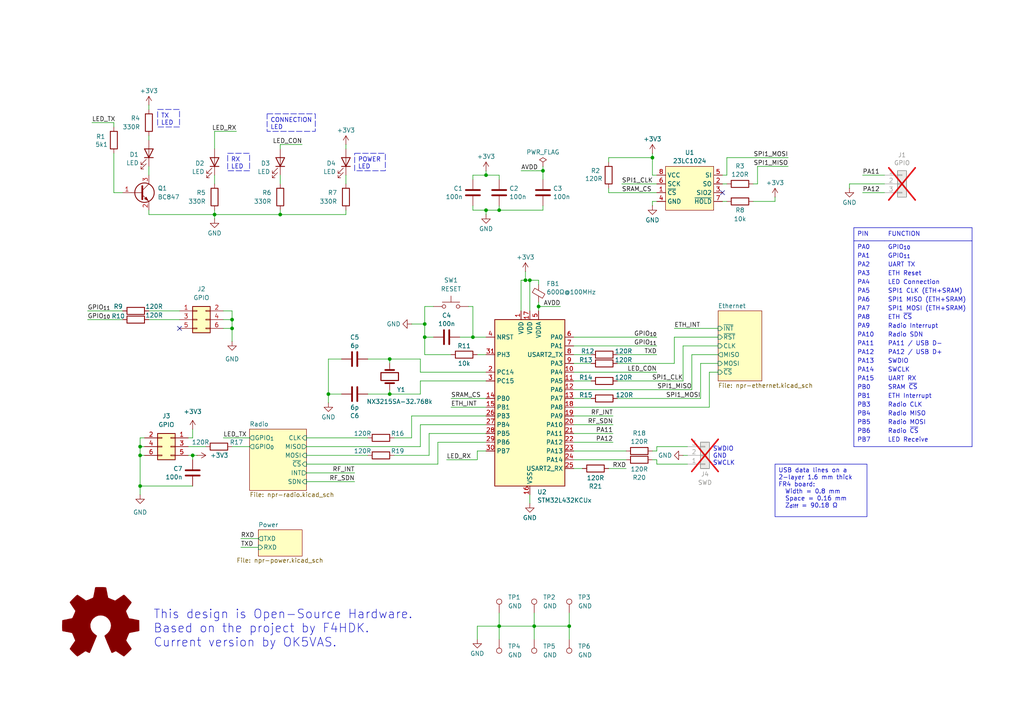
<source format=kicad_sch>
(kicad_sch (version 20250114) (generator "eeschema") (generator_version "9.0")
  (paper "A4")
  (title_block (title "The New Packet Radio (NPR)") (date "2025-06-13") (rev "B") (company "µArt.cz") (comment 1 "Vlastimil Slinták (OK5VAS)"))
  (lib_symbols
    (symbol "Connector:TestPoint" (pin_numbers (hide yes)) (pin_names (offset 0.762) (hide yes))
      (property "Reference" "TP" (at 0 6.858 0))
      (property "Value" "TestPoint" (at 0 5.08 0))
      (symbol "TestPoint_1_1"
        (pin passive line (at 0 0 90) (length 2.54) (name "1") (number "1"))
      )
    )
    (symbol "Connector_Generic:Conn_01x03" (pin_names (offset 1.016) (hide yes))
      (property "Reference" "J" (at 0 5.08 0))
      (property "Value" "Conn_01x03" (at 0 -5.08 0))
      (symbol "Conn_01x03_1_1"
        (pin passive line (at -5.08 2.54 0) (length 3.81) (name "Pin_1") (number "1"))
        (pin passive line (at -5.08 0 0) (length 3.81) (name "Pin_2") (number "2"))
        (pin passive line (at -5.08 -2.54 0) (length 3.81) (name "Pin_3") (number "3"))
      )
    )
    (symbol "Connector_Generic:Conn_02x03_Odd_Even" (pin_names (offset 1.016) (hide yes))
      (property "Reference" "J" (at 1.27 5.08 0))
      (property "Value" "Conn_02x03_Odd_Even" (at 1.27 -5.08 0))
      (symbol "Conn_02x03_Odd_Even_1_1"
        (pin passive line (at -5.08 2.54 0) (length 3.81) (name "Pin_1") (number "1"))
        (pin passive line (at -5.08 0 0) (length 3.81) (name "Pin_3") (number "3"))
        (pin passive line (at -5.08 -2.54 0) (length 3.81) (name "Pin_5") (number "5"))
        (pin passive line (at 7.62 2.54 180) (length 3.81) (name "Pin_2") (number "2"))
        (pin passive line (at 7.62 0 180) (length 3.81) (name "Pin_4") (number "4"))
        (pin passive line (at 7.62 -2.54 180) (length 3.81) (name "Pin_6") (number "6"))
      )
    )
    (symbol "Device:C" (pin_numbers (hide yes)) (pin_names (offset 0.254))
      (property "Reference" "C" (at 0.635 2.54 0))
      (property "Value" "C" (at 0.635 -2.54 0))
      (symbol "C_1_1"
        (pin passive line (at 0 3.81 270) (length 2.794) (name "~") (number "1"))
        (pin passive line (at 0 -3.81 90) (length 2.794) (name "~") (number "2"))
      )
    )
    (symbol "Device:Crystal" (pin_numbers (hide yes)) (pin_names (offset 1.016) (hide yes))
      (property "Reference" "Y" (at 0 3.81 0))
      (property "Value" "Crystal" (at 0 -3.81 0))
      (symbol "Crystal_1_1"
        (pin passive line (at -3.81 0 0) (length 1.27) (name "1") (number "1"))
        (pin passive line (at 3.81 0 180) (length 1.27) (name "2") (number "2"))
      )
    )
    (symbol "Device:FerriteBead_Small" (pin_numbers (hide yes)) (pin_names (offset 0))
      (property "Reference" "FB" (at 1.905 1.27 0))
      (property "Value" "FerriteBead_Small" (at 1.905 -1.27 0))
      (symbol "FerriteBead_Small_1_1"
        (pin passive line (at 0 2.54 270) (length 1.27) (name "~") (number "1"))
        (pin passive line (at 0 -2.54 90) (length 1.27) (name "~") (number "2"))
      )
    )
    (symbol "Device:LED" (pin_numbers (hide yes)) (pin_names (offset 1.016) (hide yes))
      (property "Reference" "D" (at 0 2.54 0))
      (property "Value" "LED" (at 0 -2.54 0))
      (symbol "LED_1_1"
        (pin passive line (at -3.81 0 0) (length 2.54) (name "K") (number "1"))
        (pin passive line (at 3.81 0 180) (length 2.54) (name "A") (number "2"))
      )
    )
    (symbol "Device:R" (pin_numbers (hide yes)) (pin_names (offset 0))
      (property "Reference" "R" (at 2.032 0 90))
      (property "Value" "R" (at 0 0 90))
      (symbol "R_1_1"
        (pin passive line (at 0 3.81 270) (length 1.27) (name "~") (number "1"))
        (pin passive line (at 0 -3.81 90) (length 1.27) (name "~") (number "2"))
      )
    )
    (symbol "Graphic:Logo_Open_Hardware_Large" (in_bom no) (on_board no))
    (symbol "MCU_ST_STM32L4:STM32L432KCUx"
      (property "Reference" "U" (at -10.16 26.67 0))
      (property "Value" "STM32L432KCUx" (at 5.08 26.67 0))
      (symbol "STM32L432KCUx_1_1"
        (pin input line (at -12.7 20.32 0) (length 2.54) (name "NRST") (number "4"))
        (pin bidirectional line (at -12.7 15.24 0) (length 2.54) (name "PH3") (number "31"))
        (pin bidirectional line (at -12.7 10.16 0) (length 2.54) (name "PC14") (number "2"))
        (pin bidirectional line (at -12.7 7.62 0) (length 2.54) (name "PC15") (number "3"))
        (pin bidirectional line (at -12.7 2.54 0) (length 2.54) (name "PB0") (number "14"))
        (pin bidirectional line (at -12.7 0 0) (length 2.54) (name "PB1") (number "15"))
        (pin bidirectional line (at -12.7 -2.54 0) (length 2.54) (name "PB3") (number "26"))
        (pin bidirectional line (at -12.7 -5.08 0) (length 2.54) (name "PB4") (number "27"))
        (pin bidirectional line (at -12.7 -7.62 0) (length 2.54) (name "PB5") (number "28"))
        (pin bidirectional line (at -12.7 -10.16 0) (length 2.54) (name "PB6") (number "29"))
        (pin bidirectional line (at -12.7 -12.7 0) (length 2.54) (name "PB7") (number "30"))
        (pin power_in line (at -2.54 27.94 270) (length 2.54) (name "VDD") (number "1"))
        (pin power_in line (at 0 27.94 270) (length 2.54) (name "VDD") (number "17"))
        (pin power_in line (at 0 -25.4 90) (length 2.54) (name "VSS") (number "16"))
        (pin passive line (at 0 -25.4 90) (length 2.54) (hide yes) (name "VSS") (number "32"))
        (pin passive line (at 0 -25.4 90) (length 2.54) (hide yes) (name "VSS") (number "33"))
        (pin power_in line (at 2.54 27.94 270) (length 2.54) (name "VDDA") (number "5"))
        (pin bidirectional line (at 12.7 20.32 180) (length 2.54) (name "PA0") (number "6"))
        (pin bidirectional line (at 12.7 17.78 180) (length 2.54) (name "PA1") (number "7"))
        (pin bidirectional line (at 12.7 15.24 180) (length 2.54) (name "PA2") (number "8") (alternate "USART2_TX" bidirectional line))
        (pin bidirectional line (at 12.7 12.7 180) (length 2.54) (name "PA3") (number "9") (alternate "USART2_RX" bidirectional line))
        (pin bidirectional line (at 12.7 10.16 180) (length 2.54) (name "PA4") (number "10"))
        (pin bidirectional line (at 12.7 7.62 180) (length 2.54) (name "PA5") (number "11"))
        (pin bidirectional line (at 12.7 5.08 180) (length 2.54) (name "PA6") (number "12"))
        (pin bidirectional line (at 12.7 2.54 180) (length 2.54) (name "PA7") (number "13"))
        (pin bidirectional line (at 12.7 0 180) (length 2.54) (name "PA8") (number "18"))
        (pin bidirectional line (at 12.7 -2.54 180) (length 2.54) (name "PA9") (number "19"))
        (pin bidirectional line (at 12.7 -5.08 180) (length 2.54) (name "PA10") (number "20"))
        (pin bidirectional line (at 12.7 -7.62 180) (length 2.54) (name "PA11") (number "21"))
        (pin bidirectional line (at 12.7 -10.16 180) (length 2.54) (name "PA12") (number "22"))
        (pin bidirectional line (at 12.7 -12.7 180) (length 2.54) (name "PA13") (number "23"))
        (pin bidirectional line (at 12.7 -15.24 180) (length 2.54) (name "PA14") (number "24"))
        (pin bidirectional line (at 12.7 -17.78 180) (length 2.54) (name "PA15") (number "25") (alternate "USART2_RX" bidirectional line))
      )
    )
    (symbol "Parts:23LC1024"
      (property "Reference" "U" (at 3.302 3.81 0))
      (property "Value" "23LC1024" (at 7.366 -11.43 0))
      (symbol "23LC1024_1_1"
        (pin power_in line (at 0 0 0) (length 2.54) (name "VCC") (number "8"))
        (pin input line (at 0 -2.54 0) (length 2.54) (name "SCK") (number "6"))
        (pin input line (at 0 -5.08 0) (length 2.54) (name "~{CS}") (number "1"))
        (pin power_in line (at 0 -7.62 0) (length 2.54) (name "GND") (number "4"))
        (pin bidirectional line (at 19.05 0 180) (length 2.54) (name "SIO0") (number "5") (alternate "SI" input line))
        (pin bidirectional line (at 19.05 -2.54 180) (length 2.54) (name "SIO1") (number "2") (alternate "SO" output line))
        (pin bidirectional line (at 19.05 -5.08 180) (length 2.54) (name "SIO2") (number "3"))
        (pin bidirectional line (at 19.05 -7.62 180) (length 2.54) (name "SIO3") (number "7") (alternate "~{HOLD}" input line))
      )
    )
    (symbol "Switch:SW_Push" (pin_numbers (hide yes)) (pin_names (offset 1.016) (hide yes))
      (property "Reference" "SW" (at 1.27 2.54 0))
      (property "Value" "SW_Push" (at 0 -1.524 0))
      (symbol "SW_Push_0_1"
        (pin passive line (at -5.08 0 0) (length 2.54) (name "1") (number "1"))
        (pin passive line (at 5.08 0 180) (length 2.54) (name "2") (number "2"))
      )
    )
    (symbol "Transistor_BJT:Q_NPN_BEC" (pin_names (offset 0) (hide yes))
      (property "Reference" "Q" (at 5.08 1.27 0))
      (property "Value" "Q_NPN_BEC" (at 5.08 -1.27 0))
      (symbol "Q_NPN_BEC_1_1"
        (pin input line (at -5.08 0 0) (length 2.54) (name "B") (number "1"))
        (pin passive line (at 2.54 5.08 270) (length 2.54) (name "C") (number "3"))
        (pin passive line (at 2.54 -5.08 90) (length 2.54) (name "E") (number "2"))
      )
    )
    (symbol "power:+3V3" (power) (pin_numbers (hide yes)) (pin_names (offset 0) (hide yes))
      (property "Value" "+3V3" (at 0 3.556 0))
      (symbol "+3V3_1_1"
        (pin power_in line (at 0 0 90) (length 0) (name "~") (number "1"))
      )
    )
    (symbol "power:GND" (power) (pin_numbers (hide yes)) (pin_names (offset 0) (hide yes))
      (property "Value" "GND" (at 0 -3.81 0))
      (symbol "GND_1_1"
        (pin power_in line (at 0 0 270) (length 0) (name "~") (number "1"))
      )
    )
    (symbol "power:PWR_FLAG" (power) (pin_numbers (hide yes)) (pin_names (offset 0) (hide yes))
      (property "Value" "PWR_FLAG" (at 0 3.81 0))
      (symbol "PWR_FLAG_0_0"
        (pin power_out line (at 0 0 90) (length 0) (name "~") (number "1"))
      )
    )
  )
  (text "This design is Open-Source Hardware.\nBased on the project by F4HDK.\nCurrent version by OK5VAS." (at 44.45 182.372 0) (effects (font (size 2.54 2.54)) (justify left)))
  (text "SWDIO\nGND\nSWCLK" (at 206.756 132.334 0) (effects (font (size 1.27 1.27)) (justify left)))
  (text_box "RX\nLED" (at 66.04 44.45 0) (size 6.35 5.08) (margins 0.9525 0.9525 0.9525 0.9525) (stroke (width 0) (type dash)) (effects (font (size 1.27 1.27)) (justify left top)))
  (text_box "CONNECTION\nLED" (at 77.47 33.02 0) (size 13.97 5.08) (margins 0.9525 0.9525 0.9525 0.9525) (stroke (width 0) (type dash)) (effects (font (size 1.27 1.27)) (justify left top)))
  (text_box "TX\nLED" (at 45.72 31.75 0) (size 6.35 5.08) (margins 0.9525 0.9525 0.9525 0.9525) (stroke (width 0) (type dash)) (effects (font (size 1.27 1.27)) (justify left top)))
  (text_box "POWER\nLED" (at 102.87 44.45 0) (size 8.89 5.08) (margins 0.9525 0.9525 0.9525 0.9525) (stroke (width 0) (type dash)) (effects (font (size 1.27 1.27)) (justify left top)))
  (text_box "USB data lines on a 2-layer 1.6 mm thick FR4 board:\n  Width = 0.8 mm\n  Space = 0.16 mm\n  Z_{diff} = 90.18 Ω" (at 224.79 134.62 0) (size 26.67 15.24) (margins 0.9525 0.9525 0.9525 0.9525) (effects (font (size 1.27 1.27)) (justify left top)))
  (junction (at 157.48 49.53))
  (junction (at 154.94 181.61))
  (junction (at 123.19 97.79))
  (junction (at 140.97 50.8))
  (junction (at 189.23 45.72))
  (junction (at 144.78 60.96))
  (junction (at 152.4 81.28))
  (junction (at 156.21 88.9))
  (junction (at 55.88 132.08))
  (junction (at 165.1 181.61))
  (junction (at 67.31 92.71))
  (junction (at 40.64 140.97))
  (junction (at 137.16 97.79))
  (junction (at 144.78 181.61))
  (junction (at 113.03 104.14))
  (junction (at 95.25 114.3))
  (junction (at 153.67 81.28))
  (junction (at 40.64 132.08))
  (junction (at 40.64 129.54))
  (junction (at 113.03 114.3))
  (junction (at 67.31 95.25))
  (junction (at 81.28 62.23))
  (junction (at 123.19 93.98))
  (junction (at 140.97 60.96))
  (junction (at 62.23 62.23))
  (no_connect (at 209.55 55.88))
  (no_connect (at 52.07 95.25))
  (wire (pts (xy 106.68 104.14) (xy 113.03 104.14)))
  (wire (pts (xy 190.5 107.95) (xy 166.37 107.95)))
  (wire (pts (xy 205.74 107.95) (xy 205.74 118.11)))
  (wire (pts (xy 81.28 62.23) (xy 100.33 62.23)))
  (wire (pts (xy 189.23 130.81) (xy 190.5 130.81)))
  (wire (pts (xy 190.5 130.81) (xy 190.5 129.54)))
  (wire (pts (xy 72.39 127) (xy 64.77 127)))
  (wire (pts (xy 157.48 60.96) (xy 157.48 59.69)))
  (wire (pts (xy 55.88 132.08) (xy 54.61 132.08)))
  (wire (pts (xy 64.77 90.17) (xy 67.31 90.17)))
  (wire (pts (xy 165.1 181.61) (xy 165.1 185.42)))
  (wire (pts (xy 100.33 50.8) (xy 100.33 53.34)))
  (wire (pts (xy 209.55 58.42) (xy 210.82 58.42)))
  (wire (pts (xy 157.48 48.26) (xy 157.48 49.53)))
  (wire (pts (xy 62.23 60.96) (xy 62.23 62.23)))
  (wire (pts (xy 190.5 129.54) (xy 199.39 129.54)))
  (wire (pts (xy 140.97 60.96) (xy 144.78 60.96)))
  (wire (pts (xy 137.16 50.8) (xy 137.16 52.07)))
  (wire (pts (xy 219.71 53.34) (xy 219.71 48.26)))
  (wire (pts (xy 166.37 115.57) (xy 171.45 115.57)))
  (wire (pts (xy 166.37 113.03) (xy 200.66 113.03)))
  (wire (pts (xy 123.19 88.9) (xy 125.73 88.9)))
  (wire (pts (xy 250.19 50.8) (xy 256.54 50.8)))
  (wire (pts (xy 176.53 55.88) (xy 190.5 55.88)))
  (wire (pts (xy 67.31 90.17) (xy 67.31 92.71)))
  (wire (pts (xy 33.02 35.56) (xy 33.02 36.83)))
  (wire (pts (xy 200.66 102.87) (xy 208.28 102.87)))
  (wire (pts (xy 121.92 107.95) (xy 121.92 104.14)))
  (wire (pts (xy 114.3 132.08) (xy 124.46 132.08)))
  (wire (pts (xy 156.21 82.55) (xy 156.21 81.28)))
  (wire (pts (xy 43.18 48.26) (xy 43.18 50.8)))
  (wire (pts (xy 123.19 102.87) (xy 123.19 97.79)))
  (wire (pts (xy 138.43 181.61) (xy 144.78 181.61)))
  (wire (pts (xy 100.33 43.18) (xy 100.33 41.91)))
  (wire (pts (xy 166.37 97.79) (xy 190.5 97.79)))
  (wire (pts (xy 176.53 135.89) (xy 181.61 135.89)))
  (wire (pts (xy 72.39 129.54) (xy 67.31 129.54)))
  (wire (pts (xy 140.97 110.49) (xy 121.92 110.49)))
  (wire (pts (xy 64.77 92.71) (xy 67.31 92.71)))
  (wire (pts (xy 129.54 133.35) (xy 138.43 133.35)))
  (wire (pts (xy 166.37 135.89) (xy 168.91 135.89)))
  (wire (pts (xy 153.67 81.28) (xy 152.4 81.28)))
  (wire (pts (xy 153.67 81.28) (xy 156.21 81.28)))
  (wire (pts (xy 140.97 50.8) (xy 144.78 50.8)))
  (wire (pts (xy 59.69 129.54) (xy 54.61 129.54)))
  (wire (pts (xy 166.37 100.33) (xy 190.5 100.33)))
  (wire (pts (xy 130.81 102.87) (xy 123.19 102.87)))
  (wire (pts (xy 41.91 129.54) (xy 40.64 129.54)))
  (wire (pts (xy 54.61 127) (xy 55.88 127)))
  (wire (pts (xy 180.34 53.34) (xy 190.5 53.34)))
  (wire (pts (xy 123.19 93.98) (xy 123.19 88.9)))
  (wire (pts (xy 43.18 92.71) (xy 52.07 92.71)))
  (wire (pts (xy 195.58 105.41) (xy 195.58 97.79)))
  (wire (pts (xy 127 134.62) (xy 127 128.27)))
  (wire (pts (xy 41.91 132.08) (xy 40.64 132.08)))
  (wire (pts (xy 40.64 129.54) (xy 40.64 132.08)))
  (wire (pts (xy 135.89 88.9) (xy 137.16 88.9)))
  (wire (pts (xy 40.64 140.97) (xy 40.64 143.51)))
  (wire (pts (xy 166.37 133.35) (xy 181.61 133.35)))
  (wire (pts (xy 203.2 115.57) (xy 179.07 115.57)))
  (wire (pts (xy 114.3 127) (xy 119.38 127)))
  (wire (pts (xy 125.73 97.79) (xy 123.19 97.79)))
  (wire (pts (xy 62.23 38.1) (xy 62.23 43.18)))
  (wire (pts (xy 25.4 92.71) (xy 35.56 92.71)))
  (wire (pts (xy 156.21 88.9) (xy 156.21 90.17)))
  (wire (pts (xy 198.12 100.33) (xy 198.12 110.49)))
  (wire (pts (xy 190.5 50.8) (xy 189.23 50.8)))
  (wire (pts (xy 176.53 54.61) (xy 176.53 55.88)))
  (wire (pts (xy 81.28 41.91) (xy 87.63 41.91)))
  (wire (pts (xy 176.53 45.72) (xy 189.23 45.72)))
  (wire (pts (xy 62.23 50.8) (xy 62.23 53.34)))
  (wire (pts (xy 166.37 110.49) (xy 171.45 110.49)))
  (wire (pts (xy 151.13 49.53) (xy 157.48 49.53)))
  (wire (pts (xy 138.43 102.87) (xy 140.97 102.87)))
  (wire (pts (xy 218.44 53.34) (xy 219.71 53.34)))
  (wire (pts (xy 67.31 92.71) (xy 67.31 95.25)))
  (wire (pts (xy 137.16 88.9) (xy 137.16 97.79)))
  (wire (pts (xy 121.92 123.19) (xy 140.97 123.19)))
  (wire (pts (xy 81.28 60.96) (xy 81.28 62.23)))
  (wire (pts (xy 121.92 114.3) (xy 113.03 114.3)))
  (wire (pts (xy 137.16 60.96) (xy 140.97 60.96)))
  (wire (pts (xy 166.37 105.41) (xy 171.45 105.41)))
  (wire (pts (xy 124.46 132.08) (xy 124.46 125.73)))
  (wire (pts (xy 26.67 35.56) (xy 33.02 35.56)))
  (wire (pts (xy 205.74 118.11) (xy 166.37 118.11)))
  (wire (pts (xy 152.4 81.28) (xy 151.13 81.28)))
  (wire (pts (xy 88.9 134.62) (xy 127 134.62)))
  (wire (pts (xy 33.02 55.88) (xy 35.56 55.88)))
  (wire (pts (xy 88.9 137.16) (xy 102.87 137.16)))
  (wire (pts (xy 200.66 102.87) (xy 200.66 113.03)))
  (wire (pts (xy 190.5 134.62) (xy 199.39 134.62)))
  (wire (pts (xy 140.97 60.96) (xy 140.97 62.23)))
  (wire (pts (xy 69.85 156.21) (xy 74.93 156.21)))
  (wire (pts (xy 64.77 95.25) (xy 67.31 95.25)))
  (wire (pts (xy 166.37 120.65) (xy 177.8 120.65)))
  (wire (pts (xy 140.97 107.95) (xy 121.92 107.95)))
  (wire (pts (xy 113.03 104.14) (xy 113.03 105.41)))
  (wire (pts (xy 189.23 58.42) (xy 189.23 59.69)))
  (wire (pts (xy 153.67 90.17) (xy 153.67 81.28)))
  (wire (pts (xy 246.38 53.34) (xy 246.38 54.61)))
  (wire (pts (xy 95.25 116.84) (xy 95.25 114.3)))
  (wire (pts (xy 154.94 181.61) (xy 154.94 185.42)))
  (wire (pts (xy 95.25 104.14) (xy 99.06 104.14)))
  (wire (pts (xy 166.37 128.27) (xy 177.8 128.27)))
  (wire (pts (xy 165.1 177.8) (xy 165.1 181.61)))
  (wire (pts (xy 127 128.27) (xy 140.97 128.27)))
  (wire (pts (xy 195.58 97.79) (xy 208.28 97.79)))
  (wire (pts (xy 179.07 105.41) (xy 195.58 105.41)))
  (wire (pts (xy 151.13 81.28) (xy 151.13 90.17)))
  (wire (pts (xy 67.31 95.25) (xy 67.31 99.06)))
  (wire (pts (xy 246.38 53.34) (xy 256.54 53.34)))
  (wire (pts (xy 138.43 133.35) (xy 138.43 130.81)))
  (wire (pts (xy 41.91 127) (xy 40.64 127)))
  (wire (pts (xy 43.18 60.96) (xy 43.18 62.23)))
  (wire (pts (xy 43.18 90.17) (xy 52.07 90.17)))
  (wire (pts (xy 156.21 87.63) (xy 156.21 88.9)))
  (wire (pts (xy 106.68 114.3) (xy 113.03 114.3)))
  (wire (pts (xy 133.35 97.79) (xy 137.16 97.79)))
  (wire (pts (xy 140.97 120.65) (xy 119.38 120.65)))
  (wire (pts (xy 210.82 50.8) (xy 210.82 45.72)))
  (wire (pts (xy 88.9 127) (xy 106.68 127)))
  (wire (pts (xy 62.23 62.23) (xy 81.28 62.23)))
  (wire (pts (xy 81.28 41.91) (xy 81.28 43.18)))
  (wire (pts (xy 218.44 58.42) (xy 224.79 58.42)))
  (wire (pts (xy 166.37 123.19) (xy 177.8 123.19)))
  (wire (pts (xy 138.43 130.81) (xy 140.97 130.81)))
  (wire (pts (xy 119.38 120.65) (xy 119.38 127)))
  (wire (pts (xy 55.88 140.97) (xy 40.64 140.97)))
  (wire (pts (xy 43.18 62.23) (xy 62.23 62.23)))
  (wire (pts (xy 137.16 97.79) (xy 140.97 97.79)))
  (wire (pts (xy 198.12 110.49) (xy 179.07 110.49)))
  (wire (pts (xy 43.18 39.37) (xy 43.18 40.64)))
  (wire (pts (xy 95.25 114.3) (xy 95.25 104.14)))
  (wire (pts (xy 138.43 185.42) (xy 138.43 181.61)))
  (wire (pts (xy 190.5 133.35) (xy 190.5 134.62)))
  (wire (pts (xy 121.92 110.49) (xy 121.92 114.3)))
  (wire (pts (xy 62.23 63.5) (xy 62.23 62.23)))
  (wire (pts (xy 119.38 93.98) (xy 123.19 93.98)))
  (wire (pts (xy 140.97 49.53) (xy 140.97 50.8)))
  (wire (pts (xy 55.88 127) (xy 55.88 124.46)))
  (wire (pts (xy 40.64 132.08) (xy 40.64 140.97)))
  (wire (pts (xy 190.5 58.42) (xy 189.23 58.42)))
  (wire (pts (xy 154.94 177.8) (xy 154.94 181.61)))
  (wire (pts (xy 209.55 53.34) (xy 210.82 53.34)))
  (wire (pts (xy 224.79 58.42) (xy 224.79 57.15)))
  (wire (pts (xy 203.2 105.41) (xy 203.2 115.57)))
  (wire (pts (xy 121.92 129.54) (xy 121.92 123.19)))
  (wire (pts (xy 137.16 59.69) (xy 137.16 60.96)))
  (wire (pts (xy 198.12 100.33) (xy 208.28 100.33)))
  (wire (pts (xy 153.67 143.51) (xy 153.67 146.05)))
  (wire (pts (xy 189.23 133.35) (xy 190.5 133.35)))
  (wire (pts (xy 195.58 95.25) (xy 208.28 95.25)))
  (wire (pts (xy 157.48 49.53) (xy 157.48 52.07)))
  (wire (pts (xy 144.78 181.61) (xy 144.78 185.42)))
  (wire (pts (xy 250.19 55.88) (xy 256.54 55.88)))
  (wire (pts (xy 121.92 104.14) (xy 113.03 104.14)))
  (wire (pts (xy 210.82 45.72) (xy 228.6 45.72)))
  (wire (pts (xy 144.78 181.61) (xy 154.94 181.61)))
  (wire (pts (xy 176.53 46.99) (xy 176.53 45.72)))
  (wire (pts (xy 152.4 78.74) (xy 152.4 81.28)))
  (wire (pts (xy 106.68 132.08) (xy 88.9 132.08)))
  (wire (pts (xy 81.28 50.8) (xy 81.28 53.34)))
  (wire (pts (xy 144.78 60.96) (xy 157.48 60.96)))
  (wire (pts (xy 123.19 97.79) (xy 123.19 93.98)))
  (wire (pts (xy 198.12 132.08) (xy 199.39 132.08)))
  (wire (pts (xy 166.37 130.81) (xy 181.61 130.81)))
  (wire (pts (xy 57.15 132.08) (xy 55.88 132.08)))
  (wire (pts (xy 189.23 50.8) (xy 189.23 45.72)))
  (wire (pts (xy 69.85 158.75) (xy 74.93 158.75)))
  (wire (pts (xy 100.33 60.96) (xy 100.33 62.23)))
  (wire (pts (xy 140.97 50.8) (xy 137.16 50.8)))
  (wire (pts (xy 88.9 139.7) (xy 102.87 139.7)))
  (wire (pts (xy 208.28 105.41) (xy 203.2 105.41)))
  (wire (pts (xy 130.81 115.57) (xy 140.97 115.57)))
  (wire (pts (xy 166.37 102.87) (xy 171.45 102.87)))
  (wire (pts (xy 88.9 129.54) (xy 121.92 129.54)))
  (wire (pts (xy 154.94 181.61) (xy 165.1 181.61)))
  (wire (pts (xy 219.71 48.26) (xy 228.6 48.26)))
  (wire (pts (xy 33.02 44.45) (xy 33.02 55.88)))
  (wire (pts (xy 144.78 60.96) (xy 144.78 59.69)))
  (wire (pts (xy 144.78 52.07) (xy 144.78 50.8)))
  (wire (pts (xy 166.37 125.73) (xy 177.8 125.73)))
  (wire (pts (xy 43.18 30.48) (xy 43.18 31.75)))
  (wire (pts (xy 209.55 50.8) (xy 210.82 50.8)))
  (wire (pts (xy 40.64 127) (xy 40.64 129.54)))
  (wire (pts (xy 130.81 118.11) (xy 140.97 118.11)))
  (wire (pts (xy 25.4 90.17) (xy 35.56 90.17)))
  (wire (pts (xy 55.88 132.08) (xy 55.88 133.35)))
  (wire (pts (xy 144.78 177.8) (xy 144.78 181.61)))
  (wire (pts (xy 113.03 114.3) (xy 113.03 113.03)))
  (wire (pts (xy 156.21 88.9) (xy 162.56 88.9)))
  (wire (pts (xy 124.46 125.73) (xy 140.97 125.73)))
  (wire (pts (xy 179.07 102.87) (xy 190.5 102.87)))
  (wire (pts (xy 95.25 114.3) (xy 99.06 114.3)))
  (wire (pts (xy 62.23 38.1) (xy 68.58 38.1)))
  (wire (pts (xy 208.28 107.95) (xy 205.74 107.95)))
  (wire (pts (xy 189.23 45.72) (xy 189.23 44.45)))
  (table (column_count 2) (border (external yes) (header yes)) (separators (rows no) (cols no)) (column_widths 8.89 25.4) (row_heights 3.81 2.54 2.54 2.54 2.54 2.54 2.54 2.54 2.54 2.54 2.54 2.54 2.54 2.54 2.54 2.54 2.54 2.54 2.54 2.54 2.54 2.54 2.54 3.81) (cells (table_cell "PIN" (at 247.65 66.04 0) (size 8.89 3.81) (margins 0.9525 0.9525 0.9525 0.9525) (span 1 1)) (table_cell "FUNCTION" (at 256.54 66.04 0) (size 25.4 3.81) (margins 0.9525 0.9525 0.9525 0.9525) (span 1 1)) (table_cell "PA0" (at 247.65 69.85 0) (size 8.89 2.54) (margins 0.9525 0.9525 0.9525 0.9525) (span 1 1)) (table_cell "GPIO_{10}" (at 256.54 69.85 0) (size 25.4 2.54) (margins 0.9525 0.9525 0.9525 0.9525) (span 1 1)) (table_cell "PA1" (at 247.65 72.39 0) (size 8.89 2.54) (margins 0.9525 0.9525 0.9525 0.9525) (span 1 1)) (table_cell "GPIO_{11}" (at 256.54 72.39 0) (size 25.4 2.54) (margins 0.9525 0.9525 0.9525 0.9525) (span 1 1)) (table_cell "PA2" (at 247.65 74.93 0) (size 8.89 2.54) (margins 0.9525 0.9525 0.9525 0.9525) (span 1 1)) (table_cell "UART TX" (at 256.54 74.93 0) (size 25.4 2.54) (margins 0.9525 0.9525 0.9525 0.9525) (span 1 1)) (table_cell "PA3" (at 247.65 77.47 0) (size 8.89 2.54) (margins 0.9525 0.9525 0.9525 0.9525) (span 1 1)) (table_cell "ETH Reset" (at 256.54 77.47 0) (size 25.4 2.54) (margins 0.9525 0.9525 0.9525 0.9525) (span 1 1)) (table_cell "PA4" (at 247.65 80.01 0) (size 8.89 2.54) (margins 0.9525 0.9525 0.9525 0.9525) (span 1 1)) (table_cell "LED Connection" (at 256.54 80.01 0) (size 25.4 2.54) (margins 0.9525 0.9525 0.9525 0.9525) (span 1 1)) (table_cell "PA5" (at 247.65 82.55 0) (size 8.89 2.54) (margins 0.9525 0.9525 0.9525 0.9525) (span 1 1)) (table_cell "SPI1 CLK (ETH+SRAM)" (at 256.54 82.55 0) (size 25.4 2.54) (margins 0.9525 0.9525 0.9525 0.9525) (span 1 1)) (table_cell "PA6" (at 247.65 85.09 0) (size 8.89 2.54) (margins 0.9525 0.9525 0.9525 0.9525) (span 1 1)) (table_cell "SPI1 MISO (ETH+SRAM)" (at 256.54 85.09 0) (size 25.4 2.54) (margins 0.9525 0.9525 0.9525 0.9525) (span 1 1)) (table_cell "PA7" (at 247.65 87.63 0) (size 8.89 2.54) (margins 0.9525 0.9525 0.9525 0.9525) (span 1 1)) (table_cell "SPI1 MOSI (ETH+SRAM)" (at 256.54 87.63 0) (size 25.4 2.54) (margins 0.9525 0.9525 0.9525 0.9525) (span 1 1)) (table_cell "PA8" (at 247.65 90.17 0) (size 8.89 2.54) (margins 0.9525 0.9525 0.9525 0.9525) (span 1 1)) (table_cell "ETH ~{CS}" (at 256.54 90.17 0) (size 25.4 2.54) (margins 0.9525 0.9525 0.9525 0.9525) (span 1 1)) (table_cell "PA9" (at 247.65 92.71 0) (size 8.89 2.54) (margins 0.9525 0.9525 0.9525 0.9525) (span 1 1)) (table_cell "Radio Interrupt" (at 256.54 92.71 0) (size 25.4 2.54) (margins 0.9525 0.9525 0.9525 0.9525) (span 1 1)) (table_cell "PA10" (at 247.65 95.25 0) (size 8.89 2.54) (margins 0.9525 0.9525 0.9525 0.9525) (span 1 1)) (table_cell "Radio SDN" (at 256.54 95.25 0) (size 25.4 2.54) (margins 0.9525 0.9525 0.9525 0.9525) (span 1 1)) (table_cell "PA11" (at 247.65 97.79 0) (size 8.89 2.54) (margins 0.9525 0.9525 0.9525 0.9525) (span 1 1)) (table_cell "PA11 / USB D-" (at 256.54 97.79 0) (size 25.4 2.54) (margins 0.9525 0.9525 0.9525 0.9525) (span 1 1)) (table_cell "PA12" (at 247.65 100.33 0) (size 8.89 2.54) (margins 0.9525 0.9525 0.9525 0.9525) (span 1 1)) (table_cell "PA12 / USB D+" (at 256.54 100.33 0) (size 25.4 2.54) (margins 0.9525 0.9525 0.9525 0.9525) (span 1 1)) (table_cell "PA13" (at 247.65 102.87 0) (size 8.89 2.54) (margins 0.9525 0.9525 0.9525 0.9525) (span 1 1)) (table_cell "SWDIO" (at 256.54 102.87 0) (size 25.4 2.54) (margins 0.9525 0.9525 0.9525 0.9525) (span 1 1)) (table_cell "PA14" (at 247.65 105.41 0) (size 8.89 2.54) (margins 0.9525 0.9525 0.9525 0.9525) (span 1 1)) (table_cell "SWCLK" (at 256.54 105.41 0) (size 25.4 2.54) (margins 0.9525 0.9525 0.9525 0.9525) (span 1 1)) (table_cell "PA15" (at 247.65 107.95 0) (size 8.89 2.54) (margins 0.9525 0.9525 0.9525 0.9525) (span 1 1)) (table_cell "UART RX" (at 256.54 107.95 0) (size 25.4 2.54) (margins 0.9525 0.9525 0.9525 0.9525) (span 1 1)) (table_cell "PB0" (at 247.65 110.49 0) (size 8.89 2.54) (margins 0.9525 0.9525 0.9525 0.9525) (span 1 1)) (table_cell "SRAM ~{CS}" (at 256.54 110.49 0) (size 25.4 2.54) (margins 0.9525 0.9525 0.9525 0.9525) (span 1 1)) (table_cell "PB1" (at 247.65 113.03 0) (size 8.89 2.54) (margins 0.9525 0.9525 0.9525 0.9525) (span 1 1)) (table_cell "ETH Interrupt" (at 256.54 113.03 0) (size 25.4 2.54) (margins 0.9525 0.9525 0.9525 0.9525) (span 1 1)) (table_cell "PB3" (at 247.65 115.57 0) (size 8.89 2.54) (margins 0.9525 0.9525 0.9525 0.9525) (span 1 1)) (table_cell "Radio CLK" (at 256.54 115.57 0) (size 25.4 2.54) (margins 0.9525 0.9525 0.9525 0.9525) (span 1 1)) (table_cell "PB4" (at 247.65 118.11 0) (size 8.89 2.54) (margins 0.9525 0.9525 0.9525 0.9525) (span 1 1)) (table_cell "Radio MISO" (at 256.54 118.11 0) (size 25.4 2.54) (margins 0.9525 0.9525 0.9525 0.9525) (span 1 1)) (table_cell "PB5" (at 247.65 120.65 0) (size 8.89 2.54) (margins 0.9525 0.9525 0.9525 0.9525) (span 1 1)) (table_cell "Radio MOSI" (at 256.54 120.65 0) (size 25.4 2.54) (margins 0.9525 0.9525 0.9525 0.9525) (span 1 1)) (table_cell "PB6" (at 247.65 123.19 0) (size 8.89 2.54) (margins 0.9525 0.9525 0.9525 0.9525) (span 1 1)) (table_cell "Radio ~{CS}" (at 256.54 123.19 0) (size 25.4 2.54) (margins 0.9525 0.9525 0.9525 0.9525) (span 1 1)) (table_cell "PB7" (at 247.65 125.73 0) (size 8.89 3.81) (margins 0.9525 0.9525 0.9525 0.9525) (span 1 1)) (table_cell "LED Receive" (at 256.54 125.73 0) (size 25.4 3.81) (margins 0.9525 0.9525 0.9525 0.9525) (span 1 1))))
  (label "TXD" (at 69.85 158.75 0))
  (label "SPI1_CLK" (at 180.34 53.34 0))
  (label "PA12" (at 177.8 128.27 180))
  (label "SPI1_MOSI" (at 203.2 115.57 180))
  (label "SRAM_CS" (at 180.34 55.88 0))
  (label "TXD" (at 190.5 102.87 180))
  (label "ETH_INT" (at 195.58 95.25 0))
  (label "SPI1_MISO" (at 228.6 48.26 180))
  (label "AVDD" (at 151.13 49.53 0))
  (label "LED_CON" (at 87.63 41.91 180))
  (label "RF_SDN" (at 177.8 123.19 180))
  (label "LED_CON" (at 190.5 107.95 180))
  (label "SPI1_MISO" (at 200.66 113.03 180))
  (label "AVDD" (at 162.56 88.9 180))
  (label "GPIO_{11}" (at 190.5 100.33 180))
  (label "RF_SDN" (at 102.87 139.7 180))
  (label "RF_INT" (at 177.8 120.65 180))
  (label "GPIO_{10}" (at 190.5 97.79 180))
  (label "SPI1_MOSI" (at 228.6 45.72 180))
  (label "SRAM_CS" (at 130.81 115.57 0))
  (label "RXD" (at 181.61 135.89 180))
  (label "SPI1_CLK" (at 198.12 110.49 180))
  (label "GPIO_{10}" (at 25.4 92.71 0))
  (label "ETH_INT" (at 130.81 118.11 0))
  (label "GPIO_{11}" (at 25.4 90.17 0))
  (label "RXD" (at 69.85 156.21 0))
  (label "PA11" (at 250.19 50.8 0))
  (label "LED_TX" (at 64.77 127 0))
  (label "PA12" (at 250.19 55.88 0))
  (label "PA11" (at 177.8 125.73 180))
  (label "LED_RX" (at 68.58 38.1 180))
  (label "LED_TX" (at 26.67 35.56 0))
  (label "LED_RX" (at 129.54 133.35 0))
  (label "RF_INT" (at 102.87 137.16 180))
  (symbol (lib_id "Device:R") (at 110.49 127 270) (unit 1)
    (property "Reference" "R16" (at 115.316 125.73 90))
    (property "Value" "120R" (at 105.156 125.73 90))
    (property "Footprint" "Resistor_SMD:R_0402_1005Metric" (effects (hide yes)))
    (property "Description" "Resistor" (effects (hide yes)))
    (property "LCSC" "C25079" (effects (hide yes)))
  )
  (symbol (lib_id "power:GND") (at 95.25 116.84 0) (unit 1)
    (property "Reference" "#PWR013" (effects (hide yes)))
    (property "Value" "GND" (at 95.25 120.9731 0))
    (property "Description" "Power symbol creates a global label with name \"GND\" , ground" (effects (hide yes)))
  )
  (symbol (lib_id "Device:LED") (at 43.18 44.45 270) (mirror x) (unit 1)
    (property "Reference" "D1" (at 40.259 44.8253 90) (effects (justify right)))
    (property "Value" "LED" (at 40.259 47.2496 90) (effects (justify right)))
    (property "Footprint" "LED_SMD:LED_0603_1608Metric" (effects (hide yes)))
    (property "Description" "Light emitting diode" (effects (hide yes)))
    (property "LCSC" "C2286" (effects (hide yes)))
    (property "Sim.Pins" "1=K 2=A" (effects (hide yes)))
  )
  (symbol (lib_id "power:+3V3") (at 140.97 49.53 0) (unit 1)
    (property "Reference" "#PWR04" (effects (hide yes)))
    (property "Value" "+3V3" (at 140.97 45.3969 0))
    (property "Description" "Power symbol creates a global label with name \"+3V3\"" (effects (hide yes)))
  )
  (symbol (lib_id "Device:R") (at 175.26 105.41 270) (mirror x) (unit 1)
    (property "Reference" "R13" (at 169.926 104.394 90))
    (property "Value" "120R" (at 180.848 104.394 90))
    (property "Footprint" "Resistor_SMD:R_0402_1005Metric" (effects (hide yes)))
    (property "Description" "Resistor" (effects (hide yes)))
    (property "LCSC" "C25079" (effects (hide yes)))
  )
  (symbol (lib_id "Device:R") (at 175.26 115.57 270) (mirror x) (unit 1)
    (property "Reference" "R15" (at 169.926 114.554 90))
    (property "Value" "120R" (at 181.102 114.554 90))
    (property "Footprint" "Resistor_SMD:R_0402_1005Metric" (effects (hide yes)))
    (property "Description" "Resistor" (effects (hide yes)))
    (property "LCSC" "C25079" (effects (hide yes)))
  )
  (symbol (lib_id "power:GND") (at 246.38 54.61 0) (unit 1)
    (property "Reference" "#PWR06" (effects (hide yes)))
    (property "Value" "GND" (at 246.38 58.7431 0))
    (property "Description" "Power symbol creates a global label with name \"GND\" , ground" (effects (hide yes)))
  )
  (symbol (lib_id "Graphic:Logo_Open_Hardware_Large") (at 29.21 181.61 0) (unit 1) (exclude_from_sim yes) (in_bom no) (on_board no)
    (property "Reference" "#SYM2" (effects (hide yes)))
    (property "Value" "Logo_Open_Hardware_Large" (effects (hide yes)))
    (property "Description" "Open Hardware logo, large" (effects (hide yes)))
  )
  (symbol (lib_id "Transistor_BJT:Q_NPN_BEC") (at 40.64 55.88 0) (unit 1)
    (property "Reference" "Q1" (at 45.72 54.6099 0) (effects (justify left)))
    (property "Value" "BC847" (at 45.72 57.1499 0) (effects (justify left)))
    (property "Footprint" "Package_TO_SOT_SMD:SOT-23" (effects (hide yes)))
    (property "Description" "NPN transistor, base/emitter/collector" (effects (hide yes)))
    (property "Sim.Device" "NPN" (effects (hide yes)))
    (property "Sim.Type" "GUMMELPOON" (effects (hide yes)))
    (property "Sim.Pins" "1=C 2=B 3=E" (effects (hide yes)))
    (property "LCSC" "C57668" (effects (hide yes)))
  )
  (symbol (lib_id "power:+3V3") (at 224.79 57.15 0) (unit 1)
    (property "Reference" "#PWR05" (effects (hide yes)))
    (property "Value" "+3V3" (at 224.79 53.0169 0))
    (property "Description" "Power symbol creates a global label with name \"+3V3\"" (effects (hide yes)))
  )
  (symbol (lib_id "power:+3V3") (at 57.15 132.08 270) (mirror x) (unit 1)
    (property "Reference" "#PWR015" (effects (hide yes)))
    (property "Value" "+3V3" (at 60.96 132.0799 90) (effects (justify left)))
    (property "Description" "Power symbol creates a global label with name \"+3V3\"" (effects (hide yes)))
  )
  (symbol (lib_id "power:GND") (at 140.97 62.23 0) (unit 1)
    (property "Reference" "#PWR08" (effects (hide yes)))
    (property "Value" "GND" (at 140.97 66.3631 0))
    (property "Description" "Power symbol creates a global label with name \"GND\" , ground" (effects (hide yes)))
  )
  (symbol (lib_id "power:GND") (at 40.64 143.51 0) (mirror y) (unit 1)
    (property "Reference" "#PWR017" (effects (hide yes)))
    (property "Value" "GND" (at 40.64 148.59 0))
    (property "Description" "Power symbol creates a global label with name \"GND\" , ground" (effects (hide yes)))
  )
  (symbol (lib_id "Device:C") (at 55.88 137.16 0) (mirror y) (unit 1)
    (property "Reference" "C7" (at 52.959 135.9478 0) (effects (justify left)))
    (property "Value" "100n" (at 52.959 138.3721 0) (effects (justify left)))
    (property "Footprint" "Capacitor_SMD:C_0402_1005Metric" (effects (hide yes)))
    (property "Description" "Unpolarized capacitor" (effects (hide yes)))
    (property "LCSC" "C1525" (effects (hide yes)))
  )
  (symbol (lib_id "power:+3V3") (at 55.88 124.46 0) (mirror y) (unit 1)
    (property "Reference" "#PWR014" (effects (hide yes)))
    (property "Value" "+3V3" (at 55.88 119.38 0))
    (property "Description" "Power symbol creates a global label with name \"+3V3\"" (effects (hide yes)))
  )
  (symbol (lib_id "power:GND") (at 153.67 146.05 0) (unit 1)
    (property "Reference" "#PWR018" (effects (hide yes)))
    (property "Value" "GND" (at 153.67 150.1831 0))
    (property "Description" "Power symbol creates a global label with name \"GND\" , ground" (effects (hide yes)))
  )
  (symbol (lib_id "Connector:TestPoint") (at 154.94 185.42 180) (unit 1)
    (property "Reference" "TP5" (at 157.48 187.4519 0) (effects (justify right)))
    (property "Value" "GND" (at 157.48 189.9919 0) (effects (justify right)))
    (property "Footprint" "TestPoint:TestPoint_Pad_D3.0mm" (effects (hide yes)))
    (property "Description" "test point" (effects (hide yes)))
  )
  (symbol (lib_id "Device:C") (at 102.87 104.14 90) (unit 1)
    (property "Reference" "C5" (at 102.87 97.8365 90))
    (property "Value" "6p" (at 102.87 100.2608 90))
    (property "Footprint" "Capacitor_SMD:C_0402_1005Metric" (effects (hide yes)))
    (property "Description" "Unpolarized capacitor" (effects (hide yes)))
    (property "LCSC" "C700515" (effects (hide yes)))
  )
  (symbol (lib_id "power:GND") (at 189.23 59.69 0) (unit 1)
    (property "Reference" "#PWR07" (effects (hide yes)))
    (property "Value" "GND" (at 189.23 63.8231 0))
    (property "Description" "Power symbol creates a global label with name \"GND\" , ground" (effects (hide yes)))
  )
  (symbol (lib_id "power:PWR_FLAG") (at 157.48 48.26 0) (unit 1)
    (property "Reference" "#FLG01" (effects (hide yes)))
    (property "Value" "PWR_FLAG" (at 157.48 44.1269 0))
    (property "Description" "Special symbol for telling ERC where power comes from" (effects (hide yes)))
  )
  (symbol (lib_id "Device:R") (at 214.63 58.42 90) (unit 1)
    (property "Reference" "R8" (at 214.63 60.96 90))
    (property "Value" "10k" (at 214.63 63.5 90))
    (property "Footprint" "Resistor_SMD:R_0402_1005Metric" (effects (hide yes)))
    (property "Description" "Resistor" (effects (hide yes)))
    (property "LCSC" "C25744" (effects (hide yes)))
  )
  (symbol (lib_id "Connector:TestPoint") (at 154.94 177.8 0) (unit 1)
    (property "Reference" "TP2" (at 157.48 173.2279 0) (effects (justify left)))
    (property "Value" "GND" (at 157.48 175.7679 0) (effects (justify left)))
    (property "Footprint" "TestPoint:TestPoint_Pad_D3.0mm" (effects (hide yes)))
    (property "Description" "test point" (effects (hide yes)))
  )
  (symbol (lib_id "Device:C") (at 102.87 114.3 90) (mirror x) (unit 1)
    (property "Reference" "C6" (at 102.87 120.6035 90))
    (property "Value" "6p" (at 102.87 118.1792 90))
    (property "Footprint" "Capacitor_SMD:C_0402_1005Metric" (effects (hide yes)))
    (property "Description" "Unpolarized capacitor" (effects (hide yes)))
    (property "LCSC" "C700515" (effects (hide yes)))
  )
  (symbol (lib_id "Device:R") (at 39.37 92.71 90) (mirror x) (unit 1)
    (property "Reference" "R10" (at 34.29 91.694 90))
    (property "Value" "120R" (at 44.704 91.44 90))
    (property "Footprint" "Resistor_SMD:R_0402_1005Metric" (effects (hide yes)))
    (property "Description" "Resistor" (effects (hide yes)))
    (property "LCSC" "C25079" (effects (hide yes)))
  )
  (symbol (lib_id "Device:R") (at 176.53 50.8 0) (mirror x) (unit 1)
    (property "Reference" "R2" (at 172.72 49.53 0))
    (property "Value" "120R" (at 172.212 51.816 0))
    (property "Footprint" "Resistor_SMD:R_0402_1005Metric" (effects (hide yes)))
    (property "Description" "Resistor" (effects (hide yes)))
    (property "LCSC" "C25079" (effects (hide yes)))
  )
  (symbol (lib_id "Connector_Generic:Conn_01x03") (at 261.62 53.34 0) (unit 1) (in_bom no) (dnp yes)
    (property "Reference" "J1" (at 261.62 44.958 0))
    (property "Value" "GPIO" (at 261.62 47.244 0))
    (property "Footprint" "Connector_PinHeader_2.54mm:PinHeader_1x03_P2.54mm_Vertical" (effects (hide yes)))
    (property "Description" "Generic connector, single row, 01x03, script generated (kicad-library-utils/schlib/autogen/connector/)" (effects (hide yes)))
  )
  (symbol (lib_id "Device:R") (at 185.42 133.35 90) (mirror x) (unit 1)
    (property "Reference" "R20" (at 185.42 138.5105 90))
    (property "Value" "120R" (at 185.42 136.0862 90))
    (property "Footprint" "Resistor_SMD:R_0402_1005Metric" (effects (hide yes)))
    (property "Description" "Resistor" (effects (hide yes)))
    (property "LCSC" "C25079" (effects (hide yes)))
  )
  (symbol (lib_id "power:+3V3") (at 189.23 44.45 0) (unit 1)
    (property "Reference" "#PWR03" (effects (hide yes)))
    (property "Value" "+3V3" (at 189.23 40.3169 0))
    (property "Description" "Power symbol creates a global label with name \"+3V3\"" (effects (hide yes)))
  )
  (symbol (lib_id "Device:C") (at 129.54 97.79 90) (unit 1)
    (property "Reference" "C4" (at 129.54 91.4865 90))
    (property "Value" "100n" (at 129.54 93.9108 90))
    (property "Footprint" "Capacitor_SMD:C_0402_1005Metric" (effects (hide yes)))
    (property "Description" "Unpolarized capacitor" (effects (hide yes)))
    (property "LCSC" "C1525" (effects (hide yes)))
  )
  (symbol (lib_id "Connector:TestPoint") (at 165.1 185.42 180) (unit 1)
    (property "Reference" "TP6" (at 167.64 187.4519 0) (effects (justify right)))
    (property "Value" "GND" (at 167.64 189.9919 0) (effects (justify right)))
    (property "Footprint" "TestPoint:TestPoint_Pad_D3.0mm" (effects (hide yes)))
    (property "Description" "test point" (effects (hide yes)))
  )
  (symbol (lib_id "Connector:TestPoint") (at 144.78 185.42 180) (unit 1)
    (property "Reference" "TP4" (at 147.32 187.4519 0) (effects (justify right)))
    (property "Value" "GND" (at 147.32 189.9919 0) (effects (justify right)))
    (property "Footprint" "TestPoint:TestPoint_Pad_D3.0mm" (effects (hide yes)))
    (property "Description" "test point" (effects (hide yes)))
  )
  (symbol (lib_id "Device:R") (at 214.63 53.34 270) (mirror x) (unit 1)
    (property "Reference" "R3" (at 214.63 48.1795 90))
    (property "Value" "120R" (at 214.63 50.6038 90))
    (property "Footprint" "Resistor_SMD:R_0402_1005Metric" (effects (hide yes)))
    (property "Description" "Resistor" (effects (hide yes)))
    (property "LCSC" "C25079" (effects (hide yes)))
  )
  (symbol (lib_id "Device:R") (at 43.18 35.56 0) (mirror y) (unit 1)
    (property "Reference" "R4" (at 40.64 34.2899 0) (effects (justify left)))
    (property "Value" "330R" (at 40.64 36.8299 0) (effects (justify left)))
    (property "Footprint" "Resistor_SMD:R_0402_1005Metric" (effects (hide yes)))
    (property "Description" "Resistor" (effects (hide yes)))
    (property "LCSC" "C12246" (effects (hide yes)))
  )
  (symbol (lib_id "Device:FerriteBead_Small") (at 156.21 85.09 0) (unit 1)
    (property "Reference" "FB1" (at 158.496 82.296 0) (effects (justify left)))
    (property "Value" "600Ω@100MHz" (at 158.496 84.7203 0) (effects (justify left)))
    (property "Footprint" "Inductor_SMD:L_0603_1608Metric" (effects (hide yes)))
    (property "Description" "Ferrite bead, small symbol" (effects (hide yes)))
    (property "LCSC" "C19330" (effects (hide yes)))
  )
  (symbol (lib_id "Device:C") (at 157.48 55.88 0) (unit 1)
    (property "Reference" "C3" (at 160.401 54.6678 0) (effects (justify left)))
    (property "Value" "100n" (at 160.401 57.0921 0) (effects (justify left)))
    (property "Footprint" "Capacitor_SMD:C_0402_1005Metric" (effects (hide yes)))
    (property "Description" "Unpolarized capacitor" (effects (hide yes)))
    (property "LCSC" "C1525" (effects (hide yes)))
  )
  (symbol (lib_id "power:GND") (at 67.31 99.06 0) (unit 1)
    (property "Reference" "#PWR012" (effects (hide yes)))
    (property "Value" "GND" (at 67.31 104.14 0))
    (property "Description" "Power symbol creates a global label with name \"GND\" , ground" (effects (hide yes)))
  )
  (symbol (lib_id "Device:R") (at 134.62 102.87 90) (unit 1)
    (property "Reference" "R11" (at 134.62 100.33 90))
    (property "Value" "10k" (at 134.62 105.41 90))
    (property "Footprint" "Resistor_SMD:R_0402_1005Metric" (effects (hide yes)))
    (property "Description" "Resistor" (effects (hide yes)))
    (property "LCSC" "C25744" (effects (hide yes)))
  )
  (symbol (lib_id "Device:R") (at 185.42 130.81 90) (unit 1)
    (property "Reference" "R18" (at 185.42 125.6495 90))
    (property "Value" "120R" (at 185.42 128.0738 90))
    (property "Footprint" "Resistor_SMD:R_0402_1005Metric" (effects (hide yes)))
    (property "Description" "Resistor" (effects (hide yes)))
    (property "LCSC" "C25079" (effects (hide yes)))
  )
  (symbol (lib_id "Device:R") (at 62.23 57.15 0) (mirror y) (unit 1)
    (property "Reference" "R5" (at 59.69 55.8799 0) (effects (justify left)))
    (property "Value" "330R" (at 59.69 58.4199 0) (effects (justify left)))
    (property "Footprint" "Resistor_SMD:R_0402_1005Metric" (effects (hide yes)))
    (property "Description" "Resistor" (effects (hide yes)))
    (property "LCSC" "C12246" (effects (hide yes)))
  )
  (symbol (lib_id "power:+3V3") (at 152.4 78.74 0) (unit 1)
    (property "Reference" "#PWR010" (effects (hide yes)))
    (property "Value" "+3V3" (at 152.4 74.6069 0))
    (property "Description" "Power symbol creates a global label with name \"+3V3\"" (effects (hide yes)))
  )
  (symbol (lib_id "power:GND") (at 62.23 63.5 0) (unit 1)
    (property "Reference" "#PWR09" (effects (hide yes)))
    (property "Value" "GND" (at 62.23 67.6331 0))
    (property "Description" "Power symbol creates a global label with name \"GND\" , ground" (effects (hide yes)))
  )
  (symbol (lib_id "Device:R") (at 175.26 102.87 90) (mirror x) (unit 1)
    (property "Reference" "R12" (at 170.434 101.854 90))
    (property "Value" "120R" (at 180.848 101.854 90))
    (property "Footprint" "Resistor_SMD:R_0402_1005Metric" (effects (hide yes)))
    (property "Description" "Resistor" (effects (hide yes)))
    (property "LCSC" "C25079" (effects (hide yes)))
  )
  (symbol (lib_id "Device:R") (at 81.28 57.15 0) (mirror y) (unit 1)
    (property "Reference" "R6" (at 78.74 55.8799 0) (effects (justify left)))
    (property "Value" "330R" (at 78.74 58.4199 0) (effects (justify left)))
    (property "Footprint" "Resistor_SMD:R_0402_1005Metric" (effects (hide yes)))
    (property "Description" "Resistor" (effects (hide yes)))
    (property "LCSC" "C12246" (effects (hide yes)))
  )
  (symbol (lib_id "Connector_Generic:Conn_01x03") (at 204.47 132.08 0) (mirror x) (unit 1) (in_bom no) (dnp yes)
    (property "Reference" "J4" (at 204.47 137.5297 0))
    (property "Value" "SWD" (at 204.47 139.954 0))
    (property "Footprint" "Connector_PinHeader_2.54mm:PinHeader_1x03_P2.54mm_Vertical" (effects (hide yes)))
    (property "Description" "Generic connector, single row, 01x03, script generated (kicad-library-utils/schlib/autogen/connector/)" (effects (hide yes)))
  )
  (symbol (lib_id "Device:R") (at 175.26 110.49 270) (mirror x) (unit 1)
    (property "Reference" "R14" (at 169.926 109.474 90))
    (property "Value" "120R" (at 180.848 109.474 90))
    (property "Footprint" "Resistor_SMD:R_0402_1005Metric" (effects (hide yes)))
    (property "Description" "Resistor" (effects (hide yes)))
    (property "LCSC" "C25079" (effects (hide yes)))
  )
  (symbol (lib_id "Parts:23LC1024") (at 190.5 50.8 0) (unit 1)
    (property "Reference" "U1" (at 200.025 44.2425 0))
    (property "Value" "23LC1024" (at 200.025 46.6668 0))
    (property "Footprint" "Package_SO:SOP-8_3.9x4.9mm_P1.27mm" (effects (hide yes)))
    (property "Datasheet" "https://ww1.microchip.com/downloads/aemDocuments/documents/MPD/ProductDocuments/DataSheets/23A102423LC1024-1-Mbit-SPI-Serial-SRAM-with-SDI-SQI-Interface-20005142.pdf" (effects (hide yes)))
    (property "Description" "1-Mbit SPI Serial SRAM with SDI and SQI Interface" (effects (hide yes)))
    (property "LCSC" "C48388" (effects (hide yes)))
    (pin "7" (alternate "~{HOLD}"))
    (pin "2" (alternate "SO"))
    (pin "5" (alternate "SI"))
  )
  (symbol (lib_id "Switch:SW_Push") (at 130.81 88.9 0) (unit 1)
    (property "Reference" "SW1" (at 130.81 81.28 0))
    (property "Value" "RESET" (at 130.81 83.82 0))
    (property "Footprint" "Button_Switch_SMD:SW_SPST_CK_RS282G05A3" (effects (hide yes)))
    (property "Description" "Push button switch, generic, two pins" (effects (hide yes)))
    (property "LCSC" "C483808" (effects (hide yes)))
  )
  (symbol (lib_id "Device:R") (at 39.37 90.17 90) (mirror x) (unit 1)
    (property "Reference" "R9" (at 34.29 88.9 90))
    (property "Value" "120R" (at 44.704 88.9 90))
    (property "Footprint" "Resistor_SMD:R_0402_1005Metric" (effects (hide yes)))
    (property "Description" "Resistor" (effects (hide yes)))
    (property "LCSC" "C25079" (effects (hide yes)))
  )
  (symbol (lib_id "power:+3V3") (at 100.33 41.91 0) (unit 1)
    (property "Reference" "#PWR02" (effects (hide yes)))
    (property "Value" "+3V3" (at 100.33 37.7769 0))
    (property "Description" "Power symbol creates a global label with name \"+3V3\"" (effects (hide yes)))
  )
  (symbol (lib_id "Connector:TestPoint") (at 165.1 177.8 0) (unit 1)
    (property "Reference" "TP3" (at 167.64 173.2279 0) (effects (justify left)))
    (property "Value" "GND" (at 167.64 175.7679 0) (effects (justify left)))
    (property "Footprint" "TestPoint:TestPoint_Pad_D3.0mm" (effects (hide yes)))
    (property "Description" "test point" (effects (hide yes)))
  )
  (symbol (lib_id "Device:C") (at 144.78 55.88 0) (unit 1)
    (property "Reference" "C2" (at 147.701 54.6678 0) (effects (justify left)))
    (property "Value" "100n" (at 147.701 57.0921 0) (effects (justify left)))
    (property "Footprint" "Capacitor_SMD:C_0402_1005Metric" (effects (hide yes)))
    (property "Description" "Unpolarized capacitor" (effects (hide yes)))
    (property "LCSC" "C1525" (effects (hide yes)))
  )
  (symbol (lib_id "Device:LED") (at 62.23 46.99 270) (mirror x) (unit 1)
    (property "Reference" "D2" (at 59.309 47.3653 90) (effects (justify right)))
    (property "Value" "LED" (at 59.309 49.7896 90) (effects (justify right)))
    (property "Footprint" "LED_SMD:LED_0603_1608Metric" (effects (hide yes)))
    (property "Description" "Light emitting diode" (effects (hide yes)))
    (property "LCSC" "C2286" (effects (hide yes)))
    (property "Sim.Pins" "1=K 2=A" (effects (hide yes)))
  )
  (symbol (lib_id "MCU_ST_STM32L4:STM32L432KCUx") (at 153.67 118.11 0) (unit 1)
    (property "Reference" "U2" (at 155.8133 142.6901 0) (effects (justify left)))
    (property "Value" "STM32L432KCUx" (at 155.8133 145.1144 0) (effects (justify left)))
    (property "Footprint" "Package_DFN_QFN:QFN-32-1EP_5x5mm_P0.5mm_EP3.45x3.45mm" (effects (hide yes)))
    (property "Datasheet" "https://www.st.com/resource/en/datasheet/stm32l432kc.pdf" (effects (hide yes)))
    (property "Description" "STMicroelectronics Arm Cortex-M4 MCU, 256KB flash, 64KB RAM, 80 MHz, 1.71-3.6V, 26 GPIO, UFQFPN32" (effects (hide yes)))
    (property "LCSC" "C1337280" (effects (hide yes)))
    (pin "25" (alternate "USART2_RX"))
    (pin "8" (alternate "USART2_TX"))
  )
  (symbol (lib_id "Device:LED") (at 100.33 46.99 270) (mirror x) (unit 1)
    (property "Reference" "D4" (at 97.409 47.3653 90) (effects (justify right)))
    (property "Value" "LED" (at 97.409 49.7896 90) (effects (justify right)))
    (property "Footprint" "LED_SMD:LED_0603_1608Metric" (effects (hide yes)))
    (property "Description" "Light emitting diode" (effects (hide yes)))
    (property "LCSC" "C2286" (effects (hide yes)))
    (property "Sim.Pins" "1=K 2=A" (effects (hide yes)))
  )
  (symbol (lib_id "Device:R") (at 63.5 129.54 270) (unit 1)
    (property "Reference" "R17" (at 68.58 128.27 90))
    (property "Value" "120R" (at 58.166 128.27 90))
    (property "Footprint" "Resistor_SMD:R_0402_1005Metric" (effects (hide yes)))
    (property "Description" "Resistor" (effects (hide yes)))
    (property "LCSC" "C25079" (effects (hide yes)))
  )
  (symbol (lib_id "Connector_Generic:Conn_02x03_Odd_Even") (at 49.53 129.54 0) (mirror y) (unit 1)
    (property "Reference" "J3" (at 48.26 120.65 0))
    (property "Value" "GPIO" (at 48.26 123.19 0))
    (property "Footprint" "Connector_IDC:IDC-Header_2x03_P2.54mm_Horizontal" (effects (hide yes)))
    (property "Description" "Generic connector, double row, 02x03, odd/even pin numbering scheme (row 1 odd numbers, row 2 even numbers), script generated (kicad-library-utils/schlib/autogen/connector/)" (effects (hide yes)))
    (property "LCSC" "C34945" (effects (hide yes)))
  )
  (symbol (lib_id "Connector:TestPoint") (at 144.78 177.8 0) (unit 1)
    (property "Reference" "TP1" (at 147.32 173.2279 0) (effects (justify left)))
    (property "Value" "GND" (at 147.32 175.7679 0) (effects (justify left)))
    (property "Footprint" "TestPoint:TestPoint_Pad_D3.0mm" (effects (hide yes)))
    (property "Description" "test point" (effects (hide yes)))
  )
  (symbol (lib_id "Device:R") (at 110.49 132.08 270) (unit 1)
    (property "Reference" "R19" (at 115.316 130.81 90))
    (property "Value" "120R" (at 105.156 130.81 90))
    (property "Footprint" "Resistor_SMD:R_0402_1005Metric" (effects (hide yes)))
    (property "Description" "Resistor" (effects (hide yes)))
    (property "LCSC" "C25079" (effects (hide yes)))
  )
  (symbol (lib_id "Device:LED") (at 81.28 46.99 270) (mirror x) (unit 1)
    (property "Reference" "D3" (at 78.359 47.3653 90) (effects (justify right)))
    (property "Value" "LED" (at 78.359 49.7896 90) (effects (justify right)))
    (property "Footprint" "LED_SMD:LED_0603_1608Metric" (effects (hide yes)))
    (property "Description" "Light emitting diode" (effects (hide yes)))
    (property "LCSC" "C2286" (effects (hide yes)))
    (property "Sim.Pins" "1=K 2=A" (effects (hide yes)))
  )
  (symbol (lib_id "Connector_Generic:Conn_02x03_Odd_Even") (at 57.15 92.71 0) (unit 1)
    (property "Reference" "J2" (at 58.42 83.82 0))
    (property "Value" "GPIO" (at 58.42 86.36 0))
    (property "Footprint" "Connector_IDC:IDC-Header_2x03_P2.54mm_Horizontal" (effects (hide yes)))
    (property "Description" "Generic connector, double row, 02x03, odd/even pin numbering scheme (row 1 odd numbers, row 2 even numbers), script generated (kicad-library-utils/schlib/autogen/connector/)" (effects (hide yes)))
    (property "LCSC" "C34945" (effects (hide yes)))
  )
  (symbol (lib_id "power:GND") (at 198.12 132.08 270) (unit 1)
    (property "Reference" "#PWR016" (effects (hide yes)))
    (property "Value" "GND" (at 194.9451 132.08 90) (effects (justify right)))
    (property "Description" "Power symbol creates a global label with name \"GND\" , ground" (effects (hide yes)))
  )
  (symbol (lib_id "power:GND") (at 138.43 185.42 0) (unit 1)
    (property "Reference" "#PWR019" (effects (hide yes)))
    (property "Value" "GND" (at 138.43 189.5531 0))
    (property "Description" "Power symbol creates a global label with name \"GND\" , ground" (effects (hide yes)))
  )
  (symbol (lib_id "power:GND") (at 119.38 93.98 270) (unit 1)
    (property "Reference" "#PWR011" (effects (hide yes)))
    (property "Value" "GND" (at 116.2051 93.98 90) (effects (justify right)))
    (property "Description" "Power symbol creates a global label with name \"GND\" , ground" (effects (hide yes)))
  )
  (symbol (lib_id "Device:R") (at 100.33 57.15 0) (mirror y) (unit 1)
    (property "Reference" "R7" (at 97.79 55.8799 0) (effects (justify left)))
    (property "Value" "330R" (at 97.79 58.4199 0) (effects (justify left)))
    (property "Footprint" "Resistor_SMD:R_0402_1005Metric" (effects (hide yes)))
    (property "Description" "Resistor" (effects (hide yes)))
    (property "LCSC" "C12246" (effects (hide yes)))
  )
  (symbol (lib_id "Device:C") (at 137.16 55.88 0) (mirror y) (unit 1)
    (property "Reference" "C1" (at 134.239 54.6678 0) (effects (justify left)))
    (property "Value" "100n" (at 134.239 57.0921 0) (effects (justify left)))
    (property "Footprint" "Capacitor_SMD:C_0402_1005Metric" (effects (hide yes)))
    (property "Description" "Unpolarized capacitor" (effects (hide yes)))
    (property "LCSC" "C1525" (effects (hide yes)))
  )
  (symbol (lib_id "Device:R") (at 172.72 135.89 90) (mirror x) (unit 1)
    (property "Reference" "R21" (at 172.72 141.0505 90))
    (property "Value" "120R" (at 172.72 138.6262 90))
    (property "Footprint" "Resistor_SMD:R_0402_1005Metric" (effects (hide yes)))
    (property "Description" "Resistor" (effects (hide yes)))
    (property "LCSC" "C25079" (effects (hide yes)))
  )
  (symbol (lib_id "Device:R") (at 33.02 40.64 180) (unit 1)
    (property "Reference" "R1" (at 29.21 39.624 0))
    (property "Value" "5k1" (at 29.464 41.91 0))
    (property "Footprint" "Resistor_SMD:R_0402_1005Metric" (effects (hide yes)))
    (property "Description" "Resistor" (effects (hide yes)))
    (property "LCSC" "C25905" (effects (hide yes)))
  )
  (symbol (lib_id "power:+3V3") (at 43.18 30.48 0) (unit 1)
    (property "Reference" "#PWR01" (effects (hide yes)))
    (property "Value" "+3V3" (at 43.18 26.3469 0))
    (property "Description" "Power symbol creates a global label with name \"+3V3\"" (effects (hide yes)))
  )
  (symbol (lib_id "Device:Crystal") (at 113.03 109.22 270) (mirror x) (unit 1)
    (property "Reference" "Y1" (at 117.602 113.03 90) (effects (justify right)))
    (property "Value" "NX3215SA-32.768k" (at 125.476 116.4703 90) (effects (justify right)))
    (property "Footprint" "Crystal:Crystal_SMD_3215-2Pin_3.2x1.5mm" (effects (hide yes)))
    (property "Description" "Two pin crystal" (effects (hide yes)))
    (property "LCSC" "C156244" (effects (hide yes)))
  )
  (sheet (at 74.93 153.67) (size 12.7 7.62) (stroke (width 0.1524)) (fill (color 255 255 194 1.0000))
    (property "Sheetname" "Power" (at 74.93 152.9584 0) (effects (justify left bottom)))
    (property "Sheetfile" "npr-power.kicad_sch" (at 68.58 161.798 0) (effects (justify left top)))
    (pin "TXD" output (at 74.93 156.21 180))
    (pin "RXD" input (at 74.93 158.75 180))
  )
  (sheet (at 208.28 90.17) (size 12.7 20.32) (stroke (width 0.1524)) (fill (color 255 255 194 1.0000))
    (property "Sheetname" "Ethernet" (at 208.28 89.4584 0) (effects (justify left bottom)))
    (property "Sheetfile" "npr-ethernet.kicad_sch" (at 208.28 111.0746 0) (effects (justify left top)))
    (pin "CLK" input (at 208.28 100.33 180))
    (pin "MISO" output (at 208.28 102.87 180))
    (pin "MOSI" input (at 208.28 105.41 180))
    (pin "~{CS}" input (at 208.28 107.95 180))
    (pin "~{INT}" input (at 208.28 95.25 180))
    (pin "~{RST}" input (at 208.28 97.79 180))
  )
  (sheet (at 72.39 124.46) (size 16.51 17.78) (stroke (width 0.1524)) (fill (color 255 255 194 1.0000))
    (property "Sheetname" "Radio" (at 72.39 123.7484 0) (effects (justify left bottom)))
    (property "Sheetfile" "npr-radio.kicad_sch" (at 72.39 142.748 0) (effects (justify left top)))
    (pin "CLK" input (at 88.9 127 0))
    (pin "INT" output (at 88.9 137.16 0))
    (pin "MISO" output (at 88.9 129.54 0))
    (pin "MOSI" input (at 88.9 132.08 0))
    (pin "SDN" input (at 88.9 139.7 0))
    (pin "~{CS}" input (at 88.9 134.62 0))
    (pin "GPIO_{0}" output (at 72.39 129.54 180))
    (pin "GPIO_{1}" output (at 72.39 127 180))
  )
)
</source>
